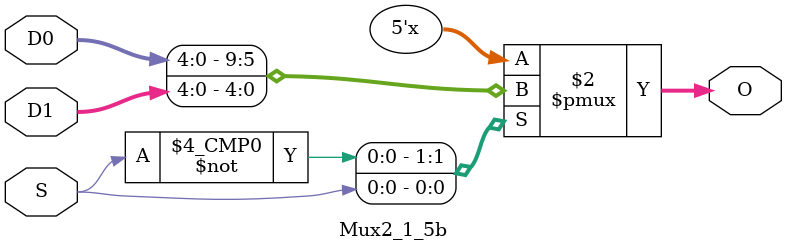
<source format=v>
module Mux2_1_5b(S,D0,D1,O);
input S;
input [4:0] D0,D1;
output reg [4:0] O;

always @(*)
	case(S)
	0: O=D0;
	1: O=D1;
	endcase
	
endmodule
</source>
